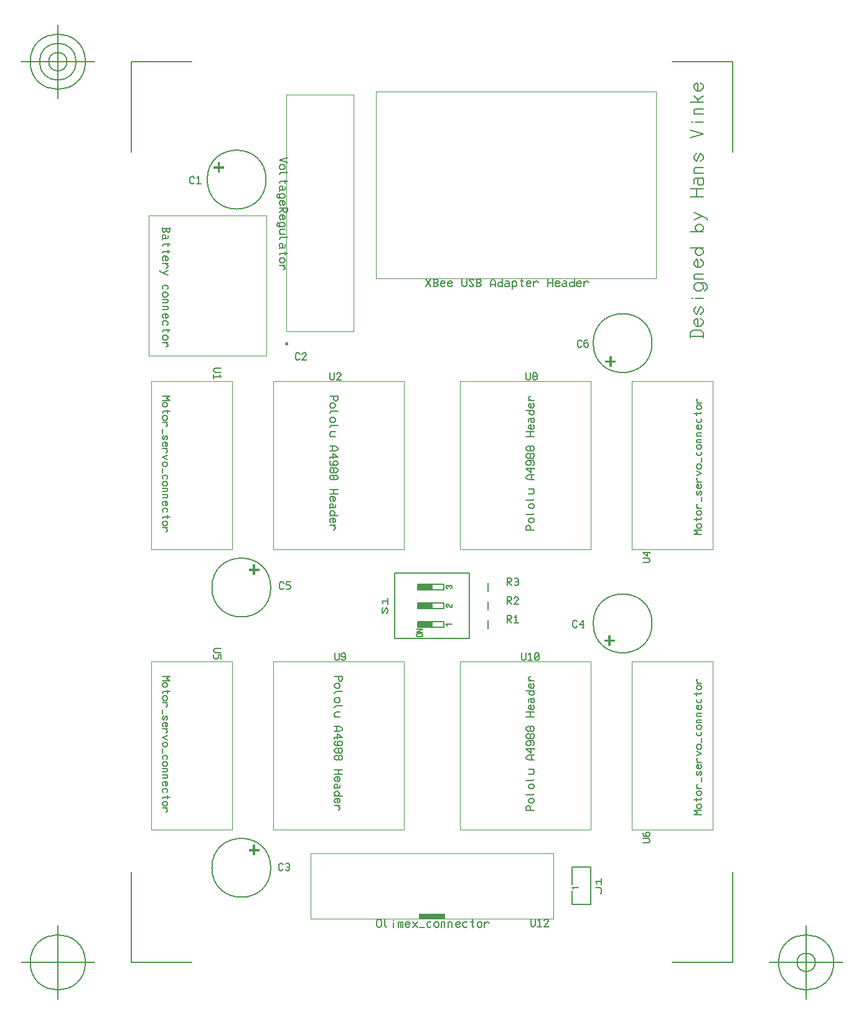
<source format=gbr>
G04 Generated by Ultiboard 14.1 *
%FSLAX33Y33*%
%MOMM*%

%ADD10C,0.001*%
%ADD11C,0.203*%
%ADD12C,0.156*%
%ADD13C,0.200*%
%ADD14C,0.250*%
%ADD15C,0.001*%
%ADD16C,0.169*%
%ADD17C,0.167*%
%ADD18C,0.127*%


G04 ColorRGB FFFF00 for the following layer *
%LNSilkscreen Top*%
%LPD*%
G54D10*
G54D11*
X34441Y47131D02*
X34592Y47413D01*
X34592Y47696D01*
X34441Y47978D01*
X33988Y47131D01*
X33836Y47413D01*
X33836Y47696D01*
X33988Y47978D01*
X33988Y48542D02*
X33836Y48824D01*
X34592Y48824D01*
X34592Y48401D02*
X34592Y49248D01*
X45720Y52705D02*
X45720Y43815D01*
X42291Y47879D02*
X42291Y48641D01*
X40640Y47879D02*
X40640Y48641D01*
X38735Y48641D02*
X38735Y47879D01*
X38989Y48387D02*
X40386Y48387D01*
X43392Y48472D02*
X43392Y48048D01*
X42968Y48260D02*
X42968Y48278D01*
X42965Y48297D01*
X42961Y48315D01*
X42956Y48332D01*
X42949Y48349D01*
X42940Y48366D01*
X42930Y48381D01*
X42919Y48396D01*
X42906Y48410D01*
X42893Y48422D01*
X42878Y48433D01*
X42863Y48443D01*
X42846Y48452D01*
X42829Y48459D01*
X42811Y48464D01*
X42793Y48468D01*
X42775Y48471D01*
X42757Y48472D01*
X42738Y48471D01*
X42720Y48468D01*
X42702Y48464D01*
X42684Y48459D01*
X42667Y48452D01*
X42651Y48443D01*
X42635Y48433D01*
X42621Y48422D01*
X42607Y48410D01*
X42595Y48396D01*
X42583Y48381D01*
X42573Y48366D01*
X42565Y48349D01*
X42558Y48332D01*
X42552Y48315D01*
X42548Y48297D01*
X42546Y48278D01*
X42545Y48260D01*
X42546Y48242D01*
X42548Y48223D01*
X42552Y48205D01*
X42558Y48188D01*
X42565Y48171D01*
X42573Y48154D01*
X42583Y48139D01*
X42595Y48124D01*
X42607Y48110D01*
X42621Y48098D01*
X42635Y48087D01*
X42651Y48077D01*
X42667Y48068D01*
X42684Y48061D01*
X42702Y48056D01*
X42720Y48052D01*
X42738Y48049D01*
X42757Y48048D01*
X40513Y48514D02*
X40513Y48133D01*
X40386Y48387D02*
X40386Y48260D01*
X38862Y48006D02*
X38862Y48514D01*
X38989Y48133D02*
X38989Y48387D01*
X35560Y43815D02*
X35560Y52705D01*
X45720Y43815D02*
X35560Y43815D01*
X43392Y45720D02*
X42545Y45720D01*
X42968Y48260D02*
X42969Y48242D01*
X42972Y48223D01*
X42976Y48205D01*
X42981Y48188D01*
X42988Y48171D01*
X42997Y48154D01*
X43007Y48139D01*
X43018Y48124D01*
X43030Y48110D01*
X43044Y48098D01*
X43059Y48087D01*
X43074Y48077D01*
X43091Y48068D01*
X43108Y48061D01*
X43125Y48056D01*
X43143Y48052D01*
X43162Y48049D01*
X43180Y48048D01*
X43392Y48048D02*
X43180Y48048D01*
X39158Y44027D02*
X39177Y44027D01*
X39195Y44030D01*
X39213Y44034D01*
X39231Y44039D01*
X39248Y44046D01*
X39264Y44055D01*
X39280Y44065D01*
X39294Y44076D01*
X39308Y44089D01*
X39320Y44102D01*
X39332Y44117D01*
X39342Y44132D01*
X39350Y44149D01*
X39357Y44166D01*
X39363Y44184D01*
X39367Y44202D01*
X39369Y44220D01*
X39370Y44238D01*
X39369Y44257D01*
X39367Y44275D01*
X39363Y44293D01*
X39357Y44311D01*
X39350Y44328D01*
X39342Y44344D01*
X39332Y44360D01*
X39320Y44374D01*
X39308Y44388D01*
X39294Y44400D01*
X39280Y44412D01*
X39264Y44422D01*
X39248Y44430D01*
X39231Y44437D01*
X39213Y44443D01*
X39195Y44447D01*
X39177Y44449D01*
X39158Y44450D01*
X38735Y44450D02*
X38717Y44449D01*
X38698Y44447D01*
X38680Y44443D01*
X38663Y44437D01*
X38646Y44430D01*
X38629Y44422D01*
X38614Y44412D01*
X38599Y44400D01*
X38585Y44388D01*
X38573Y44374D01*
X38562Y44360D01*
X38552Y44344D01*
X38543Y44328D01*
X38536Y44311D01*
X38531Y44293D01*
X38527Y44275D01*
X38524Y44257D01*
X38523Y44238D01*
X38524Y44220D01*
X38527Y44202D01*
X38531Y44184D01*
X38536Y44166D01*
X38543Y44149D01*
X38552Y44132D01*
X38562Y44117D01*
X38573Y44102D01*
X38585Y44089D01*
X38599Y44076D01*
X38614Y44065D01*
X38629Y44055D01*
X38646Y44046D01*
X38663Y44039D01*
X38680Y44034D01*
X38698Y44030D01*
X38717Y44027D01*
X38735Y44027D01*
X39158Y44450D02*
X38735Y44450D01*
X38735Y44027D02*
X39158Y44027D01*
X38735Y47879D02*
X42291Y47879D01*
X38735Y45339D02*
X42291Y45339D01*
X42291Y46101D02*
X38735Y46101D01*
X38989Y45847D02*
X40386Y45847D01*
X40513Y45466D02*
X38862Y45466D01*
X40513Y45593D02*
X38989Y45593D01*
X40386Y45720D02*
X39116Y45720D01*
X38862Y45974D02*
X40513Y45974D01*
X40513Y48133D02*
X38989Y48133D01*
X40513Y48006D02*
X38862Y48006D01*
X40386Y48260D02*
X39116Y48260D01*
X39370Y45085D02*
X38523Y44662D01*
X38523Y45085D02*
X39370Y45085D01*
X38523Y44662D02*
X39370Y44662D01*
X38989Y45593D02*
X38989Y45847D01*
X42545Y45720D02*
X42757Y45508D01*
X42291Y45339D02*
X42291Y46101D01*
X40640Y45339D02*
X40640Y46101D01*
X40513Y45974D02*
X40513Y45593D01*
X40386Y45847D02*
X40386Y45720D01*
X38735Y46101D02*
X38735Y45339D01*
X38862Y45466D02*
X38862Y45974D01*
X35560Y52705D02*
X45720Y52705D01*
X43180Y50588D02*
X43198Y50589D01*
X43217Y50592D01*
X43235Y50596D01*
X43252Y50601D01*
X43269Y50608D01*
X43286Y50617D01*
X43301Y50627D01*
X43316Y50638D01*
X43330Y50650D01*
X43342Y50664D01*
X43353Y50679D01*
X43363Y50694D01*
X43372Y50711D01*
X43379Y50728D01*
X43384Y50745D01*
X43388Y50763D01*
X43391Y50782D01*
X43392Y50800D01*
X43391Y50818D01*
X43388Y50837D01*
X43384Y50855D01*
X43379Y50872D01*
X43372Y50889D01*
X43363Y50906D01*
X43353Y50921D01*
X43342Y50936D01*
X43330Y50950D01*
X43316Y50962D01*
X43301Y50973D01*
X43286Y50983D01*
X43269Y50992D01*
X43252Y50999D01*
X43235Y51004D01*
X43217Y51008D01*
X43198Y51011D01*
X43180Y51012D01*
X43162Y51011D01*
X43143Y51008D01*
X43125Y51004D01*
X43108Y50999D01*
X43091Y50992D01*
X43074Y50983D01*
X43059Y50973D01*
X43044Y50962D01*
X43030Y50950D01*
X43018Y50936D01*
X43007Y50921D01*
X42997Y50906D01*
X42988Y50889D01*
X42981Y50872D01*
X42976Y50855D01*
X42972Y50837D01*
X42969Y50818D01*
X42968Y50800D01*
X42968Y50818D01*
X42965Y50837D01*
X42961Y50855D01*
X42956Y50872D01*
X42949Y50889D01*
X42940Y50906D01*
X42930Y50921D01*
X42919Y50936D01*
X42906Y50950D01*
X42893Y50962D01*
X42878Y50973D01*
X42863Y50983D01*
X42846Y50992D01*
X42829Y50999D01*
X42811Y51004D01*
X42793Y51008D01*
X42775Y51011D01*
X42757Y51012D01*
X42738Y51011D01*
X42720Y51008D01*
X42702Y51004D01*
X42684Y50999D01*
X42667Y50992D01*
X42651Y50983D01*
X42635Y50973D01*
X42621Y50962D01*
X42607Y50950D01*
X42595Y50936D01*
X42583Y50921D01*
X42573Y50906D01*
X42565Y50889D01*
X42558Y50872D01*
X42552Y50855D01*
X42548Y50837D01*
X42546Y50818D01*
X42545Y50800D01*
X42546Y50782D01*
X42548Y50763D01*
X42552Y50745D01*
X42558Y50728D01*
X42565Y50711D01*
X42573Y50694D01*
X42583Y50679D01*
X42595Y50664D01*
X42607Y50650D01*
X42621Y50638D01*
X42635Y50627D01*
X42651Y50617D01*
X42667Y50608D01*
X42684Y50601D01*
X42702Y50596D01*
X42720Y50592D01*
X42738Y50589D01*
X42757Y50588D01*
X42291Y48641D02*
X38735Y48641D01*
X38862Y48514D02*
X40513Y48514D01*
X38735Y50419D02*
X42291Y50419D01*
X42291Y51181D02*
X38735Y51181D01*
X40513Y50673D02*
X38989Y50673D01*
X40513Y50546D02*
X38862Y50546D01*
X38862Y51054D02*
X40513Y51054D01*
X38989Y50927D02*
X40386Y50927D01*
X40386Y50800D02*
X39116Y50800D01*
X38989Y50673D02*
X38989Y50927D01*
X42291Y50419D02*
X42291Y51181D01*
X40640Y50419D02*
X40640Y51181D01*
X40513Y51054D02*
X40513Y50673D01*
X40386Y50927D02*
X40386Y50800D01*
X38862Y50546D02*
X38862Y51054D01*
X38735Y51181D02*
X38735Y50419D01*
X61022Y83555D02*
X60823Y83355D01*
X60624Y83355D01*
X60425Y83555D01*
X60425Y84155D01*
X60624Y84355D01*
X60823Y84355D01*
X61022Y84155D01*
X61818Y84355D02*
X61520Y84355D01*
X61321Y84155D01*
X61321Y83755D01*
X61321Y83555D01*
X61520Y83355D01*
X61719Y83355D01*
X61918Y83555D01*
X61918Y83755D01*
X61719Y83955D01*
X61520Y83955D01*
X61321Y83755D01*
X62570Y83920D02*
G75*
D01*
G02X62570Y83920I4000J0*
G01*
X60387Y45455D02*
X60188Y45255D01*
X59989Y45255D01*
X59790Y45455D01*
X59790Y46055D01*
X59989Y46255D01*
X60188Y46255D01*
X60387Y46055D01*
X61283Y45655D02*
X60686Y45655D01*
X61183Y46255D01*
X61183Y45255D01*
X61084Y45255D02*
X61283Y45255D01*
X62570Y45820D02*
G75*
D01*
G02X62570Y45820I4000J0*
G01*
X63545Y9031D02*
X63697Y9313D01*
X63697Y9596D01*
X63545Y9878D01*
X62941Y9878D01*
X63092Y10442D02*
X62941Y10724D01*
X63697Y10724D01*
X63697Y10301D02*
X63697Y11148D01*
X62230Y12700D02*
X62230Y7620D01*
X59690Y9525D02*
X59690Y7620D01*
X62230Y7620D01*
X59690Y12700D02*
X59690Y10372D01*
X59690Y9948D02*
X60537Y9948D01*
X59902Y9737D02*
X59690Y9948D01*
X59690Y12700D02*
X62230Y12700D01*
X20495Y50665D02*
X20296Y50465D01*
X20097Y50465D01*
X19898Y50665D01*
X19898Y51265D01*
X20097Y51465D01*
X20296Y51465D01*
X20495Y51265D01*
X21391Y51465D02*
X20794Y51465D01*
X20794Y51065D01*
X21192Y51065D01*
X21391Y50865D01*
X21391Y50665D01*
X21192Y50465D01*
X20794Y50465D01*
X10710Y50700D02*
G75*
D01*
G02X10710Y50700I4000J0*
G01*
X20382Y12435D02*
X20183Y12235D01*
X19984Y12235D01*
X19785Y12435D01*
X19785Y13035D01*
X19984Y13235D01*
X20183Y13235D01*
X20382Y13035D01*
X20780Y13135D02*
X20880Y13235D01*
X21079Y13235D01*
X21278Y13035D01*
X21278Y12835D01*
X21178Y12735D01*
X21278Y12635D01*
X21278Y12435D01*
X21079Y12235D01*
X20880Y12235D01*
X20780Y12335D01*
X20880Y12735D02*
X21178Y12735D01*
X10710Y12600D02*
G75*
D01*
G02X10710Y12600I4000J0*
G01*
X8317Y105780D02*
X8118Y105580D01*
X7919Y105580D01*
X7720Y105780D01*
X7720Y106380D01*
X7919Y106580D01*
X8118Y106580D01*
X8317Y106380D01*
X8715Y106380D02*
X8914Y106580D01*
X8914Y105580D01*
X8616Y105580D02*
X9213Y105580D01*
X10070Y106150D02*
G75*
D01*
G02X10070Y106150I4000J0*
G01*
G54D12*
X50900Y45890D02*
X50900Y46890D01*
X51298Y46890D01*
X51497Y46690D01*
X51497Y46590D01*
X51298Y46390D01*
X50900Y46390D01*
X50999Y46390D02*
X51497Y45890D01*
X51895Y46690D02*
X52094Y46890D01*
X52094Y45890D01*
X51796Y45890D02*
X52393Y45890D01*
X50900Y48430D02*
X50900Y49430D01*
X51298Y49430D01*
X51497Y49230D01*
X51497Y49130D01*
X51298Y48930D01*
X50900Y48930D01*
X50999Y48930D02*
X51497Y48430D01*
X51796Y49230D02*
X51995Y49430D01*
X52194Y49430D01*
X52393Y49230D01*
X52393Y49130D01*
X51796Y48430D01*
X52393Y48430D01*
X52393Y48530D01*
X50900Y50970D02*
X50900Y51970D01*
X51298Y51970D01*
X51497Y51770D01*
X51497Y51670D01*
X51298Y51470D01*
X50900Y51470D01*
X50999Y51470D02*
X51497Y50970D01*
X51895Y51870D02*
X51995Y51970D01*
X52194Y51970D01*
X52393Y51770D01*
X52393Y51570D01*
X52293Y51470D01*
X52393Y51370D01*
X52393Y51170D01*
X52194Y50970D01*
X51995Y50970D01*
X51895Y51070D01*
X51995Y51470D02*
X52293Y51470D01*
X22661Y81820D02*
X22462Y81620D01*
X22263Y81620D01*
X22064Y81820D01*
X22064Y82420D01*
X22263Y82620D01*
X22462Y82620D01*
X22661Y82420D01*
X22960Y82420D02*
X23159Y82620D01*
X23358Y82620D01*
X23557Y82420D01*
X23557Y82320D01*
X22960Y81620D01*
X23557Y81620D01*
X23557Y81720D01*
X54075Y5615D02*
X54075Y4815D01*
X54274Y4615D01*
X54473Y4615D01*
X54672Y4815D01*
X54672Y5615D01*
X55070Y5415D02*
X55269Y5615D01*
X55269Y4615D01*
X54971Y4615D02*
X55568Y4615D01*
X55867Y5415D02*
X56066Y5615D01*
X56265Y5615D01*
X56464Y5415D01*
X56464Y5315D01*
X55867Y4615D01*
X56464Y4615D01*
X56464Y4715D01*
X69315Y15975D02*
X70115Y15975D01*
X70315Y16174D01*
X70315Y16373D01*
X70115Y16572D01*
X69315Y16572D01*
X69315Y17368D02*
X69315Y17070D01*
X69515Y16871D01*
X69915Y16871D01*
X70115Y16871D01*
X70315Y17070D01*
X70315Y17269D01*
X70115Y17468D01*
X69915Y17468D01*
X69715Y17269D01*
X69715Y17070D01*
X69915Y16871D01*
X77300Y19785D02*
X76300Y19785D01*
X76800Y20083D01*
X76300Y20382D01*
X77300Y20382D01*
X77100Y20681D02*
X77300Y20880D01*
X77300Y21079D01*
X77100Y21278D01*
X76800Y21278D01*
X76600Y21079D01*
X76600Y20880D01*
X76800Y20681D01*
X77100Y20681D01*
X77200Y22074D02*
X77300Y21975D01*
X77200Y21875D01*
X76300Y21875D01*
X76600Y21676D02*
X76600Y22074D01*
X77100Y22473D02*
X77300Y22672D01*
X77300Y22871D01*
X77100Y23070D01*
X76800Y23070D01*
X76600Y22871D01*
X76600Y22672D01*
X76800Y22473D01*
X77100Y22473D01*
X76900Y23369D02*
X76600Y23667D01*
X76600Y23767D01*
X76800Y23966D01*
X77300Y23369D02*
X76600Y23369D01*
X77300Y24265D02*
X77300Y24862D01*
X77100Y25161D02*
X77300Y25360D01*
X77300Y25559D01*
X77100Y25758D01*
X76800Y25161D01*
X76600Y25360D01*
X76600Y25559D01*
X76800Y25758D01*
X77100Y26654D02*
X77300Y26455D01*
X77300Y26256D01*
X77100Y26057D01*
X76800Y26057D01*
X76600Y26256D01*
X76600Y26455D01*
X76800Y26654D01*
X76900Y26554D01*
X76900Y26057D01*
X76900Y26953D02*
X76600Y27251D01*
X76600Y27351D01*
X76800Y27550D01*
X77300Y26953D02*
X76600Y26953D01*
X76600Y27849D02*
X77300Y28147D01*
X76600Y28446D01*
X77100Y28745D02*
X77300Y28944D01*
X77300Y29143D01*
X77100Y29342D01*
X76800Y29342D01*
X76600Y29143D01*
X76600Y28944D01*
X76800Y28745D01*
X77100Y28745D01*
X77300Y29641D02*
X77300Y30238D01*
X77200Y31034D02*
X77300Y30935D01*
X77300Y30736D01*
X77100Y30537D01*
X76800Y30537D01*
X76600Y30736D01*
X76600Y30935D01*
X76700Y31034D01*
X77100Y31433D02*
X77300Y31632D01*
X77300Y31831D01*
X77100Y32030D01*
X76800Y32030D01*
X76600Y31831D01*
X76600Y31632D01*
X76800Y31433D01*
X77100Y31433D01*
X77300Y32329D02*
X76700Y32329D01*
X76600Y32329D01*
X76700Y32329D02*
X76600Y32428D01*
X76600Y32627D01*
X76700Y32727D01*
X77300Y32727D01*
X77300Y33225D02*
X76700Y33225D01*
X76600Y33225D01*
X76700Y33225D02*
X76600Y33324D01*
X76600Y33523D01*
X76700Y33623D01*
X77300Y33623D01*
X77100Y34718D02*
X77300Y34519D01*
X77300Y34320D01*
X77100Y34121D01*
X76800Y34121D01*
X76600Y34320D01*
X76600Y34519D01*
X76800Y34718D01*
X76900Y34618D01*
X76900Y34121D01*
X77200Y35514D02*
X77300Y35415D01*
X77300Y35216D01*
X77100Y35017D01*
X76800Y35017D01*
X76600Y35216D01*
X76600Y35415D01*
X76700Y35514D01*
X77200Y36410D02*
X77300Y36311D01*
X77200Y36211D01*
X76300Y36211D01*
X76600Y36012D02*
X76600Y36410D01*
X77100Y36809D02*
X77300Y37008D01*
X77300Y37207D01*
X77100Y37406D01*
X76800Y37406D01*
X76600Y37207D01*
X76600Y37008D01*
X76800Y36809D01*
X77100Y36809D01*
X76900Y37705D02*
X76600Y38003D01*
X76600Y38103D01*
X76800Y38302D01*
X77300Y37705D02*
X76600Y37705D01*
X11965Y42445D02*
X11165Y42445D01*
X10965Y42246D01*
X10965Y42047D01*
X11165Y41848D01*
X11965Y41848D01*
X11965Y40952D02*
X11965Y41549D01*
X11565Y41549D01*
X11565Y41151D01*
X11365Y40952D01*
X11165Y40952D01*
X10965Y41151D01*
X10965Y41549D01*
X3980Y38635D02*
X4980Y38635D01*
X4480Y38337D01*
X4980Y38038D01*
X3980Y38038D01*
X4180Y37739D02*
X3980Y37540D01*
X3980Y37341D01*
X4180Y37142D01*
X4480Y37142D01*
X4680Y37341D01*
X4680Y37540D01*
X4480Y37739D01*
X4180Y37739D01*
X4080Y36346D02*
X3980Y36445D01*
X4080Y36545D01*
X4980Y36545D01*
X4680Y36744D02*
X4680Y36346D01*
X4180Y35947D02*
X3980Y35748D01*
X3980Y35549D01*
X4180Y35350D01*
X4480Y35350D01*
X4680Y35549D01*
X4680Y35748D01*
X4480Y35947D01*
X4180Y35947D01*
X4380Y35051D02*
X4680Y34753D01*
X4680Y34653D01*
X4480Y34454D01*
X3980Y35051D02*
X4680Y35051D01*
X3980Y34155D02*
X3980Y33558D01*
X4180Y33259D02*
X3980Y33060D01*
X3980Y32861D01*
X4180Y32662D01*
X4480Y33259D01*
X4680Y33060D01*
X4680Y32861D01*
X4480Y32662D01*
X4180Y31766D02*
X3980Y31965D01*
X3980Y32164D01*
X4180Y32363D01*
X4480Y32363D01*
X4680Y32164D01*
X4680Y31965D01*
X4480Y31766D01*
X4380Y31866D01*
X4380Y32363D01*
X4380Y31467D02*
X4680Y31169D01*
X4680Y31069D01*
X4480Y30870D01*
X3980Y31467D02*
X4680Y31467D01*
X4680Y30571D02*
X3980Y30273D01*
X4680Y29974D01*
X4180Y29675D02*
X3980Y29476D01*
X3980Y29277D01*
X4180Y29078D01*
X4480Y29078D01*
X4680Y29277D01*
X4680Y29476D01*
X4480Y29675D01*
X4180Y29675D01*
X3980Y28779D02*
X3980Y28182D01*
X4080Y27386D02*
X3980Y27485D01*
X3980Y27684D01*
X4180Y27883D01*
X4480Y27883D01*
X4680Y27684D01*
X4680Y27485D01*
X4580Y27386D01*
X4180Y26987D02*
X3980Y26788D01*
X3980Y26589D01*
X4180Y26390D01*
X4480Y26390D01*
X4680Y26589D01*
X4680Y26788D01*
X4480Y26987D01*
X4180Y26987D01*
X3980Y26091D02*
X4580Y26091D01*
X4680Y26091D01*
X4580Y26091D02*
X4680Y25992D01*
X4680Y25793D01*
X4580Y25693D01*
X3980Y25693D01*
X3980Y25195D02*
X4580Y25195D01*
X4680Y25195D01*
X4580Y25195D02*
X4680Y25096D01*
X4680Y24897D01*
X4580Y24797D01*
X3980Y24797D01*
X4180Y23702D02*
X3980Y23901D01*
X3980Y24100D01*
X4180Y24299D01*
X4480Y24299D01*
X4680Y24100D01*
X4680Y23901D01*
X4480Y23702D01*
X4380Y23802D01*
X4380Y24299D01*
X4080Y22906D02*
X3980Y23005D01*
X3980Y23204D01*
X4180Y23403D01*
X4480Y23403D01*
X4680Y23204D01*
X4680Y23005D01*
X4580Y22906D01*
X4080Y22010D02*
X3980Y22109D01*
X4080Y22209D01*
X4980Y22209D01*
X4680Y22408D02*
X4680Y22010D01*
X4180Y21611D02*
X3980Y21412D01*
X3980Y21213D01*
X4180Y21014D01*
X4480Y21014D01*
X4680Y21213D01*
X4680Y21412D01*
X4480Y21611D01*
X4180Y21611D01*
X4380Y20715D02*
X4680Y20417D01*
X4680Y20317D01*
X4480Y20118D01*
X3980Y20715D02*
X4680Y20715D01*
X3980Y76735D02*
X4980Y76735D01*
X4480Y76437D01*
X4980Y76138D01*
X3980Y76138D01*
X4180Y75839D02*
X3980Y75640D01*
X3980Y75441D01*
X4180Y75242D01*
X4480Y75242D01*
X4680Y75441D01*
X4680Y75640D01*
X4480Y75839D01*
X4180Y75839D01*
X4080Y74446D02*
X3980Y74545D01*
X4080Y74645D01*
X4980Y74645D01*
X4680Y74844D02*
X4680Y74446D01*
X4180Y74047D02*
X3980Y73848D01*
X3980Y73649D01*
X4180Y73450D01*
X4480Y73450D01*
X4680Y73649D01*
X4680Y73848D01*
X4480Y74047D01*
X4180Y74047D01*
X4380Y73151D02*
X4680Y72853D01*
X4680Y72753D01*
X4480Y72554D01*
X3980Y73151D02*
X4680Y73151D01*
X3980Y72255D02*
X3980Y71658D01*
X4180Y71359D02*
X3980Y71160D01*
X3980Y70961D01*
X4180Y70762D01*
X4480Y71359D01*
X4680Y71160D01*
X4680Y70961D01*
X4480Y70762D01*
X4180Y69866D02*
X3980Y70065D01*
X3980Y70264D01*
X4180Y70463D01*
X4480Y70463D01*
X4680Y70264D01*
X4680Y70065D01*
X4480Y69866D01*
X4380Y69966D01*
X4380Y70463D01*
X4380Y69567D02*
X4680Y69269D01*
X4680Y69169D01*
X4480Y68970D01*
X3980Y69567D02*
X4680Y69567D01*
X4680Y68671D02*
X3980Y68373D01*
X4680Y68074D01*
X4180Y67775D02*
X3980Y67576D01*
X3980Y67377D01*
X4180Y67178D01*
X4480Y67178D01*
X4680Y67377D01*
X4680Y67576D01*
X4480Y67775D01*
X4180Y67775D01*
X3980Y66879D02*
X3980Y66282D01*
X4080Y65486D02*
X3980Y65585D01*
X3980Y65784D01*
X4180Y65983D01*
X4480Y65983D01*
X4680Y65784D01*
X4680Y65585D01*
X4580Y65486D01*
X4180Y65087D02*
X3980Y64888D01*
X3980Y64689D01*
X4180Y64490D01*
X4480Y64490D01*
X4680Y64689D01*
X4680Y64888D01*
X4480Y65087D01*
X4180Y65087D01*
X3980Y64191D02*
X4580Y64191D01*
X4680Y64191D01*
X4580Y64191D02*
X4680Y64092D01*
X4680Y63893D01*
X4580Y63793D01*
X3980Y63793D01*
X3980Y63295D02*
X4580Y63295D01*
X4680Y63295D01*
X4580Y63295D02*
X4680Y63196D01*
X4680Y62997D01*
X4580Y62897D01*
X3980Y62897D01*
X4180Y61802D02*
X3980Y62001D01*
X3980Y62200D01*
X4180Y62399D01*
X4480Y62399D01*
X4680Y62200D01*
X4680Y62001D01*
X4480Y61802D01*
X4380Y61902D01*
X4380Y62399D01*
X4080Y61006D02*
X3980Y61105D01*
X3980Y61304D01*
X4180Y61503D01*
X4480Y61503D01*
X4680Y61304D01*
X4680Y61105D01*
X4580Y61006D01*
X4080Y60110D02*
X3980Y60209D01*
X4080Y60309D01*
X4980Y60309D01*
X4680Y60508D02*
X4680Y60110D01*
X4180Y59711D02*
X3980Y59512D01*
X3980Y59313D01*
X4180Y59114D01*
X4480Y59114D01*
X4680Y59313D01*
X4680Y59512D01*
X4480Y59711D01*
X4180Y59711D01*
X4380Y58815D02*
X4680Y58517D01*
X4680Y58417D01*
X4480Y58218D01*
X3980Y58815D02*
X4680Y58815D01*
X11965Y80545D02*
X11165Y80545D01*
X10965Y80346D01*
X10965Y80147D01*
X11165Y79948D01*
X11965Y79948D01*
X11765Y79550D02*
X11965Y79351D01*
X10965Y79351D01*
X10965Y79649D02*
X10965Y79052D01*
X69315Y54075D02*
X70115Y54075D01*
X70315Y54274D01*
X70315Y54473D01*
X70115Y54672D01*
X69315Y54672D01*
X69915Y55568D02*
X69915Y54971D01*
X69315Y55468D01*
X70315Y55468D01*
X70315Y55369D02*
X70315Y55568D01*
X77300Y57885D02*
X76300Y57885D01*
X76800Y58183D01*
X76300Y58482D01*
X77300Y58482D01*
X77100Y58781D02*
X77300Y58980D01*
X77300Y59179D01*
X77100Y59378D01*
X76800Y59378D01*
X76600Y59179D01*
X76600Y58980D01*
X76800Y58781D01*
X77100Y58781D01*
X77200Y60174D02*
X77300Y60075D01*
X77200Y59975D01*
X76300Y59975D01*
X76600Y59776D02*
X76600Y60174D01*
X77100Y60573D02*
X77300Y60772D01*
X77300Y60971D01*
X77100Y61170D01*
X76800Y61170D01*
X76600Y60971D01*
X76600Y60772D01*
X76800Y60573D01*
X77100Y60573D01*
X76900Y61469D02*
X76600Y61767D01*
X76600Y61867D01*
X76800Y62066D01*
X77300Y61469D02*
X76600Y61469D01*
X77300Y62365D02*
X77300Y62962D01*
X77100Y63261D02*
X77300Y63460D01*
X77300Y63659D01*
X77100Y63858D01*
X76800Y63261D01*
X76600Y63460D01*
X76600Y63659D01*
X76800Y63858D01*
X77100Y64754D02*
X77300Y64555D01*
X77300Y64356D01*
X77100Y64157D01*
X76800Y64157D01*
X76600Y64356D01*
X76600Y64555D01*
X76800Y64754D01*
X76900Y64654D01*
X76900Y64157D01*
X76900Y65053D02*
X76600Y65351D01*
X76600Y65451D01*
X76800Y65650D01*
X77300Y65053D02*
X76600Y65053D01*
X76600Y65949D02*
X77300Y66247D01*
X76600Y66546D01*
X77100Y66845D02*
X77300Y67044D01*
X77300Y67243D01*
X77100Y67442D01*
X76800Y67442D01*
X76600Y67243D01*
X76600Y67044D01*
X76800Y66845D01*
X77100Y66845D01*
X77300Y67741D02*
X77300Y68338D01*
X77200Y69134D02*
X77300Y69035D01*
X77300Y68836D01*
X77100Y68637D01*
X76800Y68637D01*
X76600Y68836D01*
X76600Y69035D01*
X76700Y69134D01*
X77100Y69533D02*
X77300Y69732D01*
X77300Y69931D01*
X77100Y70130D01*
X76800Y70130D01*
X76600Y69931D01*
X76600Y69732D01*
X76800Y69533D01*
X77100Y69533D01*
X77300Y70429D02*
X76700Y70429D01*
X76600Y70429D01*
X76700Y70429D02*
X76600Y70528D01*
X76600Y70727D01*
X76700Y70827D01*
X77300Y70827D01*
X77300Y71325D02*
X76700Y71325D01*
X76600Y71325D01*
X76700Y71325D02*
X76600Y71424D01*
X76600Y71623D01*
X76700Y71723D01*
X77300Y71723D01*
X77100Y72818D02*
X77300Y72619D01*
X77300Y72420D01*
X77100Y72221D01*
X76800Y72221D01*
X76600Y72420D01*
X76600Y72619D01*
X76800Y72818D01*
X76900Y72718D01*
X76900Y72221D01*
X77200Y73614D02*
X77300Y73515D01*
X77300Y73316D01*
X77100Y73117D01*
X76800Y73117D01*
X76600Y73316D01*
X76600Y73515D01*
X76700Y73614D01*
X77200Y74510D02*
X77300Y74411D01*
X77200Y74311D01*
X76300Y74311D01*
X76600Y74112D02*
X76600Y74510D01*
X77100Y74909D02*
X77300Y75108D01*
X77300Y75307D01*
X77100Y75506D01*
X76800Y75506D01*
X76600Y75307D01*
X76600Y75108D01*
X76800Y74909D01*
X77100Y74909D01*
X76900Y75805D02*
X76600Y76103D01*
X76600Y76203D01*
X76800Y76402D01*
X77300Y75805D02*
X76600Y75805D01*
X53440Y79910D02*
X53440Y79110D01*
X53639Y78910D01*
X53838Y78910D01*
X54037Y79110D01*
X54037Y79910D01*
X54734Y78910D02*
X54535Y78910D01*
X54336Y79110D01*
X54336Y79310D01*
X54435Y79410D01*
X54336Y79510D01*
X54336Y79710D01*
X54535Y79910D01*
X54734Y79910D01*
X54933Y79710D01*
X54933Y79510D01*
X54833Y79410D01*
X54933Y79310D01*
X54933Y79110D01*
X54734Y78910D01*
X54435Y79410D02*
X54833Y79410D01*
X26770Y79910D02*
X26770Y79110D01*
X26969Y78910D01*
X27168Y78910D01*
X27367Y79110D01*
X27367Y79910D01*
X27666Y79710D02*
X27865Y79910D01*
X28064Y79910D01*
X28263Y79710D01*
X28263Y79610D01*
X27666Y78910D01*
X28263Y78910D01*
X28263Y79010D01*
X52805Y41810D02*
X52805Y41010D01*
X53004Y40810D01*
X53203Y40810D01*
X53402Y41010D01*
X53402Y41810D01*
X53800Y41610D02*
X53999Y41810D01*
X53999Y40810D01*
X53701Y40810D02*
X54298Y40810D01*
X54597Y41610D02*
X54796Y41810D01*
X54995Y41810D01*
X55194Y41610D01*
X55194Y41010D01*
X54995Y40810D01*
X54796Y40810D01*
X54597Y41010D01*
X54597Y41610D01*
X55194Y41610D02*
X54597Y41010D01*
X27405Y41810D02*
X27405Y41010D01*
X27604Y40810D01*
X27803Y40810D01*
X28002Y41010D01*
X28002Y41810D01*
X28301Y41010D02*
X28500Y40810D01*
X28699Y40810D01*
X28898Y41010D01*
X28898Y41410D01*
X28898Y41610D01*
X28699Y41810D01*
X28500Y41810D01*
X28301Y41610D01*
X28301Y41410D01*
X28500Y41210D01*
X28699Y41210D01*
X28898Y41410D01*
G54D13*
X48260Y45170D02*
X48260Y46270D01*
X48260Y45170D02*
X48260Y46270D01*
X48260Y47710D02*
X48260Y48810D01*
X48260Y47710D02*
X48260Y48810D01*
X48260Y50250D02*
X48260Y51350D01*
X48260Y50250D02*
X48260Y51350D01*
G54D14*
X20760Y83820D02*
G75*
D01*
G02X20760Y83820I125J0*
G01*
G54D15*
G36*
X64737Y82161D02*
X64737Y82161D01*
X64986Y80742D01*
X64986Y82161D01*
X64737Y82161D01*
D02*
G37*
X64986Y80742D01*
X64986Y82161D01*
X64737Y82161D01*
G36*
X64986Y80742D02*
X64986Y80742D01*
X64737Y82161D01*
X64737Y81577D01*
X64986Y80742D01*
D02*
G37*
X64737Y82161D01*
X64737Y81577D01*
X64986Y80742D01*
G36*
X64737Y81577D02*
X64737Y81577D01*
X64737Y81331D01*
X64986Y80742D01*
X64737Y81577D01*
D02*
G37*
X64737Y81331D01*
X64986Y80742D01*
X64737Y81577D01*
G36*
X64737Y81331D02*
X64737Y81331D01*
X64737Y81577D01*
X64152Y81577D01*
X64737Y81331D01*
D02*
G37*
X64737Y81577D01*
X64152Y81577D01*
X64737Y81331D01*
G36*
X64152Y81577D02*
X64152Y81577D01*
X64152Y81331D01*
X64737Y81331D01*
X64152Y81577D01*
D02*
G37*
X64152Y81331D01*
X64737Y81331D01*
X64152Y81577D01*
G36*
X64986Y81331D02*
X64986Y81331D01*
X65570Y81331D01*
X64986Y81577D01*
X64986Y81331D01*
D02*
G37*
X65570Y81331D01*
X64986Y81577D01*
X64986Y81331D01*
G36*
X64986Y81331D01*
X64986Y82161D01*
X64986Y81331D01*
D02*
G37*
X64986Y82161D01*
X64986Y81331D01*
G36*
X64986Y81331D01*
X64986Y82161D01*
X64986Y80742D01*
X64986Y81331D01*
D02*
G37*
X64986Y82161D01*
X64986Y80742D01*
X64986Y81331D01*
G36*
X64986Y81577D02*
X64986Y81577D01*
X65570Y81331D01*
X65570Y81577D01*
X64986Y81577D01*
D02*
G37*
X65570Y81331D01*
X65570Y81577D01*
X64986Y81577D01*
G36*
X64986Y80742D02*
X64986Y80742D01*
X64737Y81331D01*
X64737Y80742D01*
X64986Y80742D01*
D02*
G37*
X64737Y81331D01*
X64737Y80742D01*
X64986Y80742D01*
G36*
X64645Y44229D02*
X64645Y44229D01*
X64895Y42809D01*
X64895Y44229D01*
X64645Y44229D01*
D02*
G37*
X64895Y42809D01*
X64895Y44229D01*
X64645Y44229D01*
G36*
X64895Y42809D02*
X64895Y42809D01*
X64645Y44229D01*
X64645Y43644D01*
X64895Y42809D01*
D02*
G37*
X64645Y44229D01*
X64645Y43644D01*
X64895Y42809D01*
G36*
X64645Y43644D02*
X64645Y43644D01*
X64645Y43398D01*
X64895Y42809D01*
X64645Y43644D01*
D02*
G37*
X64645Y43398D01*
X64895Y42809D01*
X64645Y43644D01*
G36*
X64645Y43398D02*
X64645Y43398D01*
X64645Y43644D01*
X64061Y43644D01*
X64645Y43398D01*
D02*
G37*
X64645Y43644D01*
X64061Y43644D01*
X64645Y43398D01*
G36*
X64061Y43644D02*
X64061Y43644D01*
X64061Y43398D01*
X64645Y43398D01*
X64061Y43644D01*
D02*
G37*
X64061Y43398D01*
X64645Y43398D01*
X64061Y43644D01*
G36*
X64895Y43398D02*
X64895Y43398D01*
X65479Y43398D01*
X64895Y43644D01*
X64895Y43398D01*
D02*
G37*
X65479Y43398D01*
X64895Y43644D01*
X64895Y43398D01*
G36*
X64895Y43398D01*
X64895Y44229D01*
X64895Y43398D01*
D02*
G37*
X64895Y44229D01*
X64895Y43398D01*
G36*
X64895Y43398D01*
X64895Y44229D01*
X64895Y42809D01*
X64895Y43398D01*
D02*
G37*
X64895Y44229D01*
X64895Y42809D01*
X64895Y43398D01*
G36*
X64895Y43644D02*
X64895Y43644D01*
X65479Y43398D01*
X65479Y43644D01*
X64895Y43644D01*
D02*
G37*
X65479Y43398D01*
X65479Y43644D01*
X64895Y43644D01*
G36*
X64895Y42809D02*
X64895Y42809D01*
X64645Y43398D01*
X64645Y42809D01*
X64895Y42809D01*
D02*
G37*
X64645Y43398D01*
X64645Y42809D01*
X64895Y42809D01*
X18160Y101280D02*
X2160Y101280D01*
X2160Y82240D01*
X18160Y82240D01*
X18160Y101280D01*
X29950Y117700D02*
X20850Y117700D01*
X20850Y85500D01*
X29950Y85500D01*
X29950Y117700D01*
X33020Y118110D02*
X71120Y118110D01*
X71120Y92710D01*
X33020Y92710D01*
X33020Y118110D01*
X24130Y14605D02*
X57130Y14605D01*
X57130Y5715D01*
X24130Y5715D01*
X24130Y14605D01*
G36*
X38862Y5715D02*
X38862Y6350D01*
X42418Y6350D01*
X42418Y5715D01*
X38862Y5715D01*
G37*
X67818Y17780D02*
X78818Y17780D01*
X78818Y40640D01*
X67818Y40640D01*
X67818Y17780D01*
X13462Y40640D02*
X2462Y40640D01*
X2462Y17780D01*
X13462Y17780D01*
X13462Y40640D01*
X13462Y78740D02*
X2462Y78740D01*
X2462Y55880D01*
X13462Y55880D01*
X13462Y78740D01*
X67818Y55880D02*
X78818Y55880D01*
X78818Y78740D01*
X67818Y78740D01*
X67818Y55880D01*
X44450Y55880D02*
X62230Y55880D01*
X62230Y78740D01*
X44450Y78740D01*
X44450Y55880D01*
X36830Y78740D02*
X19050Y78740D01*
X19050Y55880D01*
X36830Y55880D01*
X36830Y78740D01*
X44450Y17780D02*
X62230Y17780D01*
X62230Y40640D01*
X44450Y40640D01*
X44450Y17780D01*
X36830Y40640D02*
X19050Y40640D01*
X19050Y17780D01*
X36830Y17780D01*
X36830Y40640D01*
G36*
X16294Y53878D02*
X16294Y53878D01*
X16543Y52459D01*
X16543Y53878D01*
X16294Y53878D01*
D02*
G37*
X16543Y52459D01*
X16543Y53878D01*
X16294Y53878D01*
G36*
X16543Y52459D02*
X16543Y52459D01*
X16294Y53878D01*
X16294Y53289D01*
X16543Y52459D01*
D02*
G37*
X16294Y53878D01*
X16294Y53289D01*
X16543Y52459D01*
G36*
X16294Y53289D02*
X16294Y53289D01*
X16294Y53043D01*
X16543Y52459D01*
X16294Y53289D01*
D02*
G37*
X16294Y53043D01*
X16543Y52459D01*
X16294Y53289D01*
G36*
X16294Y53043D02*
X16294Y53043D01*
X16294Y53289D01*
X15710Y53289D01*
X16294Y53043D01*
D02*
G37*
X16294Y53289D01*
X15710Y53289D01*
X16294Y53043D01*
G36*
X15710Y53289D02*
X15710Y53289D01*
X15710Y53043D01*
X16294Y53043D01*
X15710Y53289D01*
D02*
G37*
X15710Y53043D01*
X16294Y53043D01*
X15710Y53289D01*
G36*
X16543Y53043D02*
X16543Y53043D01*
X17128Y53043D01*
X16543Y53289D01*
X16543Y53043D01*
D02*
G37*
X17128Y53043D01*
X16543Y53289D01*
X16543Y53043D01*
G36*
X16543Y53043D01*
X16543Y53878D01*
X16543Y53043D01*
D02*
G37*
X16543Y53878D01*
X16543Y53043D01*
G36*
X16543Y53043D01*
X16543Y53878D01*
X16543Y52459D01*
X16543Y53043D01*
D02*
G37*
X16543Y53878D01*
X16543Y52459D01*
X16543Y53043D01*
G36*
X16543Y53289D02*
X16543Y53289D01*
X17128Y53043D01*
X17128Y53289D01*
X16543Y53289D01*
D02*
G37*
X17128Y53043D01*
X17128Y53289D01*
X16543Y53289D01*
G36*
X16543Y52459D02*
X16543Y52459D01*
X16294Y53043D01*
X16294Y52459D01*
X16543Y52459D01*
D02*
G37*
X16294Y53043D01*
X16294Y52459D01*
X16543Y52459D01*
G36*
X16294Y15778D02*
X16294Y15778D01*
X16543Y14359D01*
X16543Y15778D01*
X16294Y15778D01*
D02*
G37*
X16543Y14359D01*
X16543Y15778D01*
X16294Y15778D01*
G36*
X16543Y14359D02*
X16543Y14359D01*
X16294Y15778D01*
X16294Y15189D01*
X16543Y14359D01*
D02*
G37*
X16294Y15778D01*
X16294Y15189D01*
X16543Y14359D01*
G36*
X16294Y15189D02*
X16294Y15189D01*
X16294Y14943D01*
X16543Y14359D01*
X16294Y15189D01*
D02*
G37*
X16294Y14943D01*
X16543Y14359D01*
X16294Y15189D01*
G36*
X16294Y14943D02*
X16294Y14943D01*
X16294Y15189D01*
X15710Y15189D01*
X16294Y14943D01*
D02*
G37*
X16294Y15189D01*
X15710Y15189D01*
X16294Y14943D01*
G36*
X15710Y15189D02*
X15710Y15189D01*
X15710Y14943D01*
X16294Y14943D01*
X15710Y15189D01*
D02*
G37*
X15710Y14943D01*
X16294Y14943D01*
X15710Y15189D01*
G36*
X16543Y14943D02*
X16543Y14943D01*
X17128Y14943D01*
X16543Y15189D01*
X16543Y14943D01*
D02*
G37*
X17128Y14943D01*
X16543Y15189D01*
X16543Y14943D01*
G36*
X16543Y14943D01*
X16543Y15778D01*
X16543Y14943D01*
D02*
G37*
X16543Y15778D01*
X16543Y14943D01*
G36*
X16543Y14943D01*
X16543Y15778D01*
X16543Y14359D01*
X16543Y14943D01*
D02*
G37*
X16543Y15778D01*
X16543Y14359D01*
X16543Y14943D01*
G36*
X16543Y15189D02*
X16543Y15189D01*
X17128Y14943D01*
X17128Y15189D01*
X16543Y15189D01*
D02*
G37*
X17128Y14943D01*
X17128Y15189D01*
X16543Y15189D01*
G36*
X16543Y14359D02*
X16543Y14359D01*
X16294Y14943D01*
X16294Y14359D01*
X16543Y14359D01*
D02*
G37*
X16294Y14943D01*
X16294Y14359D01*
X16543Y14359D01*
G36*
X11481Y108568D02*
X11481Y108568D01*
X11727Y107150D01*
X11727Y108568D01*
X11481Y108568D01*
D02*
G37*
X11727Y107150D01*
X11727Y108568D01*
X11481Y108568D01*
G36*
X11727Y107150D02*
X11727Y107150D01*
X11481Y108568D01*
X11481Y107983D01*
X11727Y107150D01*
D02*
G37*
X11481Y108568D01*
X11481Y107983D01*
X11727Y107150D01*
G36*
X11481Y107983D02*
X11481Y107983D01*
X11481Y107734D01*
X11727Y107150D01*
X11481Y107983D01*
D02*
G37*
X11481Y107734D01*
X11727Y107150D01*
X11481Y107983D01*
G36*
X11481Y107734D02*
X11481Y107734D01*
X11481Y107983D01*
X10892Y107983D01*
X11481Y107734D01*
D02*
G37*
X11481Y107983D01*
X10892Y107983D01*
X11481Y107734D01*
G36*
X10892Y107983D02*
X10892Y107983D01*
X10892Y107734D01*
X11481Y107734D01*
X10892Y107983D01*
D02*
G37*
X10892Y107734D01*
X11481Y107734D01*
X10892Y107983D01*
G36*
X11727Y107734D02*
X11727Y107734D01*
X12311Y107734D01*
X11727Y107983D01*
X11727Y107734D01*
D02*
G37*
X12311Y107734D01*
X11727Y107983D01*
X11727Y107734D01*
G36*
X11727Y107734D01*
X11727Y108568D01*
X11727Y107734D01*
D02*
G37*
X11727Y108568D01*
X11727Y107734D01*
G36*
X11727Y107734D01*
X11727Y108568D01*
X11727Y107150D01*
X11727Y107734D01*
D02*
G37*
X11727Y108568D01*
X11727Y107150D01*
X11727Y107734D01*
G36*
X11727Y107983D02*
X11727Y107983D01*
X12311Y107734D01*
X12311Y107983D01*
X11727Y107983D01*
D02*
G37*
X12311Y107734D01*
X12311Y107983D01*
X11727Y107983D01*
G36*
X11727Y107150D02*
X11727Y107150D01*
X11481Y107734D01*
X11481Y107150D01*
X11727Y107150D01*
D02*
G37*
X11481Y107734D01*
X11481Y107150D01*
X11727Y107150D01*
G54D16*
X3945Y99626D02*
X3945Y99193D01*
X4162Y98976D01*
X4271Y98976D01*
X4489Y99193D01*
X4707Y98976D01*
X4815Y98976D01*
X5033Y99193D01*
X5033Y99518D01*
X5033Y99626D01*
X4489Y99518D02*
X4489Y99193D01*
X5033Y99518D02*
X3945Y99518D01*
X4707Y98542D02*
X4707Y98217D01*
X4598Y98109D01*
X4053Y98109D01*
X3945Y98217D01*
X3945Y98542D01*
X4053Y98651D01*
X4271Y98651D01*
X4380Y98542D01*
X4380Y98109D01*
X4053Y98109D02*
X3945Y98001D01*
X4053Y97134D02*
X3945Y97242D01*
X4053Y97350D01*
X5033Y97350D01*
X4707Y97567D02*
X4707Y97134D01*
X4053Y96158D02*
X3945Y96267D01*
X4053Y96375D01*
X5033Y96375D01*
X4707Y96592D02*
X4707Y96158D01*
X4162Y95075D02*
X3945Y95291D01*
X3945Y95508D01*
X4162Y95725D01*
X4489Y95725D01*
X4707Y95508D01*
X4707Y95291D01*
X4489Y95075D01*
X4380Y95183D01*
X4380Y95725D01*
X4380Y94749D02*
X4707Y94424D01*
X4707Y94316D01*
X4489Y94099D01*
X3945Y94749D02*
X4707Y94749D01*
X3618Y93774D02*
X3618Y93666D01*
X4707Y93124D01*
X4707Y93774D02*
X4053Y93449D01*
X4053Y91281D02*
X3945Y91390D01*
X3945Y91607D01*
X4162Y91823D01*
X4489Y91823D01*
X4707Y91607D01*
X4707Y91390D01*
X4598Y91281D01*
X4162Y90848D02*
X3945Y90631D01*
X3945Y90414D01*
X4162Y90198D01*
X4489Y90198D01*
X4707Y90414D01*
X4707Y90631D01*
X4489Y90848D01*
X4162Y90848D01*
X3945Y89873D02*
X4598Y89873D01*
X4707Y89873D01*
X4598Y89873D02*
X4707Y89764D01*
X4707Y89547D01*
X4598Y89439D01*
X3945Y89439D01*
X3945Y88897D02*
X4598Y88897D01*
X4707Y88897D01*
X4598Y88897D02*
X4707Y88789D01*
X4707Y88572D01*
X4598Y88464D01*
X3945Y88464D01*
X4162Y87272D02*
X3945Y87488D01*
X3945Y87705D01*
X4162Y87922D01*
X4489Y87922D01*
X4707Y87705D01*
X4707Y87488D01*
X4489Y87272D01*
X4380Y87380D01*
X4380Y87922D01*
X4053Y86405D02*
X3945Y86513D01*
X3945Y86730D01*
X4162Y86947D01*
X4489Y86947D01*
X4707Y86730D01*
X4707Y86513D01*
X4598Y86405D01*
X4053Y85429D02*
X3945Y85538D01*
X4053Y85646D01*
X5033Y85646D01*
X4707Y85863D02*
X4707Y85429D01*
X4162Y84996D02*
X3945Y84779D01*
X3945Y84562D01*
X4162Y84346D01*
X4489Y84346D01*
X4707Y84562D01*
X4707Y84779D01*
X4489Y84996D01*
X4162Y84996D01*
X4380Y84020D02*
X4707Y83695D01*
X4707Y83587D01*
X4489Y83370D01*
X3945Y84020D02*
X4707Y84020D01*
X20973Y109142D02*
X19885Y108817D01*
X20973Y108492D01*
X20102Y108167D02*
X19885Y107950D01*
X19885Y107733D01*
X20102Y107517D01*
X20429Y107517D01*
X20647Y107733D01*
X20647Y107950D01*
X20429Y108167D01*
X20102Y108167D01*
X20973Y107083D02*
X20102Y107083D01*
X19885Y106866D01*
X19993Y105674D02*
X19885Y105783D01*
X19993Y105891D01*
X20973Y105891D01*
X20647Y106108D02*
X20647Y105674D01*
X20647Y105132D02*
X20647Y104807D01*
X20538Y104699D01*
X19993Y104699D01*
X19885Y104807D01*
X19885Y105132D01*
X19993Y105241D01*
X20211Y105241D01*
X20320Y105132D01*
X20320Y104699D01*
X19993Y104699D02*
X19885Y104590D01*
X19776Y104265D02*
X19558Y104049D01*
X19558Y103832D01*
X19776Y103615D01*
X20102Y103615D01*
X20429Y103615D01*
X20647Y103832D01*
X20647Y104049D01*
X20429Y104265D01*
X20102Y104265D01*
X19885Y104049D01*
X19885Y103832D01*
X20102Y103615D01*
X20102Y102640D02*
X19885Y102856D01*
X19885Y103073D01*
X20102Y103290D01*
X20429Y103290D01*
X20647Y103073D01*
X20647Y102856D01*
X20429Y102640D01*
X20320Y102748D01*
X20320Y103290D01*
X19885Y102315D02*
X20973Y102315D01*
X20973Y101881D01*
X20755Y101664D01*
X20647Y101664D01*
X20429Y101881D01*
X20429Y102315D01*
X20429Y102206D02*
X19885Y101664D01*
X20102Y100689D02*
X19885Y100906D01*
X19885Y101122D01*
X20102Y101339D01*
X20429Y101339D01*
X20647Y101122D01*
X20647Y100906D01*
X20429Y100689D01*
X20320Y100797D01*
X20320Y101339D01*
X19776Y100364D02*
X19558Y100147D01*
X19558Y99930D01*
X19776Y99714D01*
X20102Y99714D01*
X20429Y99714D01*
X20647Y99930D01*
X20647Y100147D01*
X20429Y100364D01*
X20102Y100364D01*
X19885Y100147D01*
X19885Y99930D01*
X20102Y99714D01*
X20647Y99389D02*
X20102Y99389D01*
X19885Y99172D01*
X19885Y98955D01*
X20102Y98738D01*
X20647Y98738D01*
X20102Y98738D02*
X19885Y98738D01*
X20973Y98305D02*
X20102Y98305D01*
X19885Y98088D01*
X20647Y97329D02*
X20647Y97004D01*
X20538Y96896D01*
X19993Y96896D01*
X19885Y97004D01*
X19885Y97329D01*
X19993Y97438D01*
X20211Y97438D01*
X20320Y97329D01*
X20320Y96896D01*
X19993Y96896D02*
X19885Y96788D01*
X19993Y95921D02*
X19885Y96029D01*
X19993Y96137D01*
X20973Y96137D01*
X20647Y96354D02*
X20647Y95921D01*
X20102Y95487D02*
X19885Y95270D01*
X19885Y95054D01*
X20102Y94837D01*
X20429Y94837D01*
X20647Y95054D01*
X20647Y95270D01*
X20429Y95487D01*
X20102Y95487D01*
X20320Y94512D02*
X20647Y94187D01*
X20647Y94078D01*
X20429Y93861D01*
X19885Y94512D02*
X20647Y94512D01*
X39836Y92663D02*
X40486Y91575D01*
X39836Y91575D02*
X40486Y92663D01*
X40811Y91575D02*
X41245Y91575D01*
X41461Y91792D01*
X41461Y91901D01*
X41245Y92119D01*
X41461Y92337D01*
X41461Y92445D01*
X41245Y92663D01*
X40919Y92663D01*
X40811Y92663D01*
X40919Y92119D02*
X41245Y92119D01*
X40919Y92663D02*
X40919Y91575D01*
X42437Y91792D02*
X42220Y91575D01*
X42003Y91575D01*
X41786Y91792D01*
X41786Y92119D01*
X42003Y92337D01*
X42220Y92337D01*
X42437Y92119D01*
X42328Y92010D01*
X41786Y92010D01*
X43412Y91792D02*
X43195Y91575D01*
X42979Y91575D01*
X42762Y91792D01*
X42762Y92119D01*
X42979Y92337D01*
X43195Y92337D01*
X43412Y92119D01*
X43304Y92010D01*
X42762Y92010D01*
X44713Y92663D02*
X44713Y91792D01*
X44929Y91575D01*
X45146Y91575D01*
X45363Y91792D01*
X45363Y92663D01*
X45688Y91792D02*
X45905Y91575D01*
X46121Y91575D01*
X46338Y91792D01*
X45688Y92445D01*
X45905Y92663D01*
X46121Y92663D01*
X46338Y92445D01*
X46663Y91575D02*
X47097Y91575D01*
X47313Y91792D01*
X47313Y91901D01*
X47097Y92119D01*
X47313Y92337D01*
X47313Y92445D01*
X47097Y92663D01*
X46772Y92663D01*
X46663Y92663D01*
X46772Y92119D02*
X47097Y92119D01*
X46772Y92663D02*
X46772Y91575D01*
X48614Y91575D02*
X48614Y92228D01*
X48831Y92663D01*
X49047Y92663D01*
X49264Y92228D01*
X49264Y91575D01*
X48614Y91901D02*
X49264Y91901D01*
X50240Y91792D02*
X50023Y91575D01*
X49806Y91575D01*
X49589Y91792D01*
X49589Y92010D01*
X49806Y92228D01*
X50023Y92228D01*
X50240Y92010D01*
X50240Y92663D02*
X50240Y91575D01*
X50673Y92337D02*
X50998Y92337D01*
X51107Y92228D01*
X51107Y91683D01*
X50998Y91575D01*
X50673Y91575D01*
X50565Y91683D01*
X50565Y91901D01*
X50673Y92010D01*
X51107Y92010D01*
X51107Y91683D02*
X51215Y91575D01*
X51540Y91792D02*
X51757Y91575D01*
X51974Y91575D01*
X52190Y91792D01*
X52190Y92119D01*
X51974Y92337D01*
X51757Y92337D01*
X51540Y92119D01*
X51540Y91248D02*
X51540Y92337D01*
X53057Y91683D02*
X52949Y91575D01*
X52841Y91683D01*
X52841Y92663D01*
X52624Y92337D02*
X53057Y92337D01*
X54141Y91792D02*
X53924Y91575D01*
X53708Y91575D01*
X53491Y91792D01*
X53491Y92119D01*
X53708Y92337D01*
X53924Y92337D01*
X54141Y92119D01*
X54033Y92010D01*
X53491Y92010D01*
X54466Y92010D02*
X54791Y92337D01*
X54900Y92337D01*
X55116Y92119D01*
X54466Y91575D02*
X54466Y92337D01*
X56417Y91575D02*
X56417Y92663D01*
X57067Y91575D02*
X57067Y92663D01*
X56417Y92119D02*
X57067Y92119D01*
X58042Y91792D02*
X57826Y91575D01*
X57609Y91575D01*
X57392Y91792D01*
X57392Y92119D01*
X57609Y92337D01*
X57826Y92337D01*
X58042Y92119D01*
X57934Y92010D01*
X57392Y92010D01*
X58476Y92337D02*
X58801Y92337D01*
X58909Y92228D01*
X58909Y91683D01*
X58801Y91575D01*
X58476Y91575D01*
X58368Y91683D01*
X58368Y91901D01*
X58476Y92010D01*
X58909Y92010D01*
X58909Y91683D02*
X59018Y91575D01*
X59993Y91792D02*
X59776Y91575D01*
X59560Y91575D01*
X59343Y91792D01*
X59343Y92010D01*
X59560Y92228D01*
X59776Y92228D01*
X59993Y92010D01*
X59993Y92663D02*
X59993Y91575D01*
X60969Y91792D02*
X60752Y91575D01*
X60535Y91575D01*
X60318Y91792D01*
X60318Y92119D01*
X60535Y92337D01*
X60752Y92337D01*
X60969Y92119D01*
X60860Y92010D01*
X60318Y92010D01*
X61294Y92010D02*
X61619Y92337D01*
X61727Y92337D01*
X61944Y92119D01*
X61294Y91575D02*
X61294Y92337D01*
X33128Y4735D02*
X33345Y4518D01*
X33562Y4518D01*
X33779Y4735D01*
X33779Y5388D01*
X33562Y5606D01*
X33345Y5606D01*
X33128Y5388D01*
X33128Y4735D01*
X34212Y5606D02*
X34212Y4735D01*
X34429Y4518D01*
X35404Y4518D02*
X35404Y5171D01*
X35404Y5388D02*
X35404Y5497D01*
X36054Y4518D02*
X36054Y5171D01*
X36054Y5280D01*
X36054Y5171D02*
X36163Y5280D01*
X36271Y5280D01*
X36380Y5171D01*
X36488Y5280D01*
X36596Y5280D01*
X36705Y5171D01*
X36705Y4518D01*
X36380Y5171D02*
X36380Y4518D01*
X37680Y4735D02*
X37463Y4518D01*
X37247Y4518D01*
X37030Y4735D01*
X37030Y5062D01*
X37247Y5280D01*
X37463Y5280D01*
X37680Y5062D01*
X37572Y4953D01*
X37030Y4953D01*
X38005Y4518D02*
X38655Y5280D01*
X38005Y5280D02*
X38655Y4518D01*
X38981Y4518D02*
X39631Y4518D01*
X40498Y4626D02*
X40389Y4518D01*
X40173Y4518D01*
X39956Y4735D01*
X39956Y5062D01*
X40173Y5280D01*
X40389Y5280D01*
X40498Y5171D01*
X40931Y4735D02*
X41148Y4518D01*
X41365Y4518D01*
X41581Y4735D01*
X41581Y5062D01*
X41365Y5280D01*
X41148Y5280D01*
X40931Y5062D01*
X40931Y4735D01*
X41907Y4518D02*
X41907Y5171D01*
X41907Y5280D01*
X41907Y5171D02*
X42015Y5280D01*
X42232Y5280D01*
X42340Y5171D01*
X42340Y4518D01*
X42882Y4518D02*
X42882Y5171D01*
X42882Y5280D01*
X42882Y5171D02*
X42990Y5280D01*
X43207Y5280D01*
X43315Y5171D01*
X43315Y4518D01*
X44508Y4735D02*
X44291Y4518D01*
X44074Y4518D01*
X43857Y4735D01*
X43857Y5062D01*
X44074Y5280D01*
X44291Y5280D01*
X44508Y5062D01*
X44399Y4953D01*
X43857Y4953D01*
X45375Y4626D02*
X45266Y4518D01*
X45049Y4518D01*
X44833Y4735D01*
X44833Y5062D01*
X45049Y5280D01*
X45266Y5280D01*
X45375Y5171D01*
X46350Y4626D02*
X46242Y4518D01*
X46133Y4626D01*
X46133Y5606D01*
X45916Y5280D02*
X46350Y5280D01*
X46783Y4735D02*
X47000Y4518D01*
X47217Y4518D01*
X47434Y4735D01*
X47434Y5062D01*
X47217Y5280D01*
X47000Y5280D01*
X46783Y5062D01*
X46783Y4735D01*
X47759Y4953D02*
X48084Y5280D01*
X48192Y5280D01*
X48409Y5062D01*
X47759Y4518D02*
X47759Y5280D01*
X54537Y58528D02*
X53449Y58528D01*
X53449Y58962D01*
X53667Y59179D01*
X53775Y59179D01*
X53993Y58962D01*
X53993Y58528D01*
X54320Y59504D02*
X54537Y59720D01*
X54537Y59937D01*
X54320Y60154D01*
X53993Y60154D01*
X53775Y59937D01*
X53775Y59720D01*
X53993Y59504D01*
X54320Y59504D01*
X53449Y60587D02*
X54320Y60587D01*
X54537Y60804D01*
X54320Y61454D02*
X54537Y61671D01*
X54537Y61888D01*
X54320Y62105D01*
X53993Y62105D01*
X53775Y61888D01*
X53775Y61671D01*
X53993Y61454D01*
X54320Y61454D01*
X53449Y62538D02*
X54320Y62538D01*
X54537Y62755D01*
X53775Y63405D02*
X54320Y63405D01*
X54537Y63622D01*
X54537Y63839D01*
X54320Y64055D01*
X53775Y64055D01*
X54320Y64055D02*
X54537Y64055D01*
X54537Y65356D02*
X53884Y65356D01*
X53449Y65573D01*
X53449Y65789D01*
X53884Y66006D01*
X54537Y66006D01*
X54211Y65356D02*
X54211Y66006D01*
X54102Y66981D02*
X54102Y66331D01*
X53449Y66873D01*
X54537Y66873D01*
X54537Y66765D02*
X54537Y66981D01*
X54320Y67307D02*
X54537Y67523D01*
X54537Y67740D01*
X54320Y67957D01*
X53884Y67957D01*
X53667Y67957D01*
X53449Y67740D01*
X53449Y67523D01*
X53667Y67307D01*
X53884Y67307D01*
X54102Y67523D01*
X54102Y67740D01*
X53884Y67957D01*
X54537Y68715D02*
X54537Y68499D01*
X54320Y68282D01*
X54102Y68282D01*
X53993Y68390D01*
X53884Y68282D01*
X53667Y68282D01*
X53449Y68499D01*
X53449Y68715D01*
X53667Y68932D01*
X53884Y68932D01*
X53993Y68824D01*
X54102Y68932D01*
X54320Y68932D01*
X54537Y68715D01*
X53993Y68390D02*
X53993Y68824D01*
X54537Y69691D02*
X54537Y69474D01*
X54320Y69257D01*
X54102Y69257D01*
X53993Y69366D01*
X53884Y69257D01*
X53667Y69257D01*
X53449Y69474D01*
X53449Y69691D01*
X53667Y69908D01*
X53884Y69908D01*
X53993Y69799D01*
X54102Y69908D01*
X54320Y69908D01*
X54537Y69691D01*
X53993Y69366D02*
X53993Y69799D01*
X54537Y71208D02*
X53449Y71208D01*
X54537Y71858D02*
X53449Y71858D01*
X53993Y71208D02*
X53993Y71858D01*
X54320Y72834D02*
X54537Y72617D01*
X54537Y72400D01*
X54320Y72183D01*
X53993Y72183D01*
X53775Y72400D01*
X53775Y72617D01*
X53993Y72834D01*
X54102Y72725D01*
X54102Y72183D01*
X53775Y73267D02*
X53775Y73592D01*
X53884Y73701D01*
X54429Y73701D01*
X54537Y73592D01*
X54537Y73267D01*
X54429Y73159D01*
X54211Y73159D01*
X54102Y73267D01*
X54102Y73701D01*
X54429Y73701D02*
X54537Y73809D01*
X54320Y74784D02*
X54537Y74568D01*
X54537Y74351D01*
X54320Y74134D01*
X54102Y74134D01*
X53884Y74351D01*
X53884Y74568D01*
X54102Y74784D01*
X53449Y74784D02*
X54537Y74784D01*
X54320Y75760D02*
X54537Y75543D01*
X54537Y75326D01*
X54320Y75109D01*
X53993Y75109D01*
X53775Y75326D01*
X53775Y75543D01*
X53993Y75760D01*
X54102Y75651D01*
X54102Y75109D01*
X54102Y76085D02*
X53775Y76410D01*
X53775Y76518D01*
X53993Y76735D01*
X54537Y76085D02*
X53775Y76085D01*
X26743Y76727D02*
X27831Y76727D01*
X27831Y76293D01*
X27613Y76076D01*
X27505Y76076D01*
X27287Y76293D01*
X27287Y76727D01*
X26960Y75751D02*
X26743Y75535D01*
X26743Y75318D01*
X26960Y75101D01*
X27287Y75101D01*
X27505Y75318D01*
X27505Y75535D01*
X27287Y75751D01*
X26960Y75751D01*
X27831Y74668D02*
X26960Y74668D01*
X26743Y74451D01*
X26960Y73801D02*
X26743Y73584D01*
X26743Y73367D01*
X26960Y73150D01*
X27287Y73150D01*
X27505Y73367D01*
X27505Y73584D01*
X27287Y73801D01*
X26960Y73801D01*
X27831Y72717D02*
X26960Y72717D01*
X26743Y72500D01*
X27505Y71850D02*
X26960Y71850D01*
X26743Y71633D01*
X26743Y71416D01*
X26960Y71200D01*
X27505Y71200D01*
X26960Y71200D02*
X26743Y71200D01*
X26743Y69899D02*
X27396Y69899D01*
X27831Y69682D01*
X27831Y69466D01*
X27396Y69249D01*
X26743Y69249D01*
X27069Y69899D02*
X27069Y69249D01*
X27178Y68274D02*
X27178Y68924D01*
X27831Y68382D01*
X26743Y68382D01*
X26743Y68490D02*
X26743Y68274D01*
X26960Y67948D02*
X26743Y67732D01*
X26743Y67515D01*
X26960Y67298D01*
X27396Y67298D01*
X27613Y67298D01*
X27831Y67515D01*
X27831Y67732D01*
X27613Y67948D01*
X27396Y67948D01*
X27178Y67732D01*
X27178Y67515D01*
X27396Y67298D01*
X26743Y66540D02*
X26743Y66756D01*
X26960Y66973D01*
X27178Y66973D01*
X27287Y66865D01*
X27396Y66973D01*
X27613Y66973D01*
X27831Y66756D01*
X27831Y66540D01*
X27613Y66323D01*
X27396Y66323D01*
X27287Y66431D01*
X27178Y66323D01*
X26960Y66323D01*
X26743Y66540D01*
X27287Y66865D02*
X27287Y66431D01*
X26743Y65564D02*
X26743Y65781D01*
X26960Y65998D01*
X27178Y65998D01*
X27287Y65889D01*
X27396Y65998D01*
X27613Y65998D01*
X27831Y65781D01*
X27831Y65564D01*
X27613Y65347D01*
X27396Y65347D01*
X27287Y65456D01*
X27178Y65347D01*
X26960Y65347D01*
X26743Y65564D01*
X27287Y65889D02*
X27287Y65456D01*
X26743Y64047D02*
X27831Y64047D01*
X26743Y63397D02*
X27831Y63397D01*
X27287Y64047D02*
X27287Y63397D01*
X26960Y62421D02*
X26743Y62638D01*
X26743Y62855D01*
X26960Y63072D01*
X27287Y63072D01*
X27505Y62855D01*
X27505Y62638D01*
X27287Y62421D01*
X27178Y62530D01*
X27178Y63072D01*
X27505Y61988D02*
X27505Y61663D01*
X27396Y61554D01*
X26851Y61554D01*
X26743Y61663D01*
X26743Y61988D01*
X26851Y62096D01*
X27069Y62096D01*
X27178Y61988D01*
X27178Y61554D01*
X26851Y61554D02*
X26743Y61446D01*
X26960Y60471D02*
X26743Y60687D01*
X26743Y60904D01*
X26960Y61121D01*
X27178Y61121D01*
X27396Y60904D01*
X27396Y60687D01*
X27178Y60471D01*
X27831Y60471D02*
X26743Y60471D01*
X26960Y59495D02*
X26743Y59712D01*
X26743Y59929D01*
X26960Y60146D01*
X27287Y60146D01*
X27505Y59929D01*
X27505Y59712D01*
X27287Y59495D01*
X27178Y59604D01*
X27178Y60146D01*
X27178Y59170D02*
X27505Y58845D01*
X27505Y58737D01*
X27287Y58520D01*
X26743Y59170D02*
X27505Y59170D01*
X54537Y20428D02*
X53449Y20428D01*
X53449Y20862D01*
X53667Y21079D01*
X53775Y21079D01*
X53993Y20862D01*
X53993Y20428D01*
X54320Y21404D02*
X54537Y21620D01*
X54537Y21837D01*
X54320Y22054D01*
X53993Y22054D01*
X53775Y21837D01*
X53775Y21620D01*
X53993Y21404D01*
X54320Y21404D01*
X53449Y22487D02*
X54320Y22487D01*
X54537Y22704D01*
X54320Y23354D02*
X54537Y23571D01*
X54537Y23788D01*
X54320Y24005D01*
X53993Y24005D01*
X53775Y23788D01*
X53775Y23571D01*
X53993Y23354D01*
X54320Y23354D01*
X53449Y24438D02*
X54320Y24438D01*
X54537Y24655D01*
X53775Y25305D02*
X54320Y25305D01*
X54537Y25522D01*
X54537Y25739D01*
X54320Y25955D01*
X53775Y25955D01*
X54320Y25955D02*
X54537Y25955D01*
X54537Y27256D02*
X53884Y27256D01*
X53449Y27473D01*
X53449Y27689D01*
X53884Y27906D01*
X54537Y27906D01*
X54211Y27256D02*
X54211Y27906D01*
X54102Y28881D02*
X54102Y28231D01*
X53449Y28773D01*
X54537Y28773D01*
X54537Y28665D02*
X54537Y28881D01*
X54320Y29207D02*
X54537Y29423D01*
X54537Y29640D01*
X54320Y29857D01*
X53884Y29857D01*
X53667Y29857D01*
X53449Y29640D01*
X53449Y29423D01*
X53667Y29207D01*
X53884Y29207D01*
X54102Y29423D01*
X54102Y29640D01*
X53884Y29857D01*
X54537Y30615D02*
X54537Y30399D01*
X54320Y30182D01*
X54102Y30182D01*
X53993Y30290D01*
X53884Y30182D01*
X53667Y30182D01*
X53449Y30399D01*
X53449Y30615D01*
X53667Y30832D01*
X53884Y30832D01*
X53993Y30724D01*
X54102Y30832D01*
X54320Y30832D01*
X54537Y30615D01*
X53993Y30290D02*
X53993Y30724D01*
X54537Y31591D02*
X54537Y31374D01*
X54320Y31157D01*
X54102Y31157D01*
X53993Y31266D01*
X53884Y31157D01*
X53667Y31157D01*
X53449Y31374D01*
X53449Y31591D01*
X53667Y31808D01*
X53884Y31808D01*
X53993Y31699D01*
X54102Y31808D01*
X54320Y31808D01*
X54537Y31591D01*
X53993Y31266D02*
X53993Y31699D01*
X54537Y33108D02*
X53449Y33108D01*
X54537Y33758D02*
X53449Y33758D01*
X53993Y33108D02*
X53993Y33758D01*
X54320Y34734D02*
X54537Y34517D01*
X54537Y34300D01*
X54320Y34083D01*
X53993Y34083D01*
X53775Y34300D01*
X53775Y34517D01*
X53993Y34734D01*
X54102Y34625D01*
X54102Y34083D01*
X53775Y35167D02*
X53775Y35492D01*
X53884Y35601D01*
X54429Y35601D01*
X54537Y35492D01*
X54537Y35167D01*
X54429Y35059D01*
X54211Y35059D01*
X54102Y35167D01*
X54102Y35601D01*
X54429Y35601D02*
X54537Y35709D01*
X54320Y36684D02*
X54537Y36468D01*
X54537Y36251D01*
X54320Y36034D01*
X54102Y36034D01*
X53884Y36251D01*
X53884Y36468D01*
X54102Y36684D01*
X53449Y36684D02*
X54537Y36684D01*
X54320Y37660D02*
X54537Y37443D01*
X54537Y37226D01*
X54320Y37009D01*
X53993Y37009D01*
X53775Y37226D01*
X53775Y37443D01*
X53993Y37660D01*
X54102Y37551D01*
X54102Y37009D01*
X54102Y37985D02*
X53775Y38310D01*
X53775Y38418D01*
X53993Y38635D01*
X54537Y37985D02*
X53775Y37985D01*
X27378Y38627D02*
X28466Y38627D01*
X28466Y38193D01*
X28248Y37976D01*
X28140Y37976D01*
X27922Y38193D01*
X27922Y38627D01*
X27595Y37651D02*
X27378Y37435D01*
X27378Y37218D01*
X27595Y37001D01*
X27922Y37001D01*
X28140Y37218D01*
X28140Y37435D01*
X27922Y37651D01*
X27595Y37651D01*
X28466Y36568D02*
X27595Y36568D01*
X27378Y36351D01*
X27595Y35701D02*
X27378Y35484D01*
X27378Y35267D01*
X27595Y35050D01*
X27922Y35050D01*
X28140Y35267D01*
X28140Y35484D01*
X27922Y35701D01*
X27595Y35701D01*
X28466Y34617D02*
X27595Y34617D01*
X27378Y34400D01*
X28140Y33750D02*
X27595Y33750D01*
X27378Y33533D01*
X27378Y33316D01*
X27595Y33100D01*
X28140Y33100D01*
X27595Y33100D02*
X27378Y33100D01*
X27378Y31799D02*
X28031Y31799D01*
X28466Y31582D01*
X28466Y31366D01*
X28031Y31149D01*
X27378Y31149D01*
X27704Y31799D02*
X27704Y31149D01*
X27813Y30174D02*
X27813Y30824D01*
X28466Y30282D01*
X27378Y30282D01*
X27378Y30390D02*
X27378Y30174D01*
X27595Y29848D02*
X27378Y29632D01*
X27378Y29415D01*
X27595Y29198D01*
X28031Y29198D01*
X28248Y29198D01*
X28466Y29415D01*
X28466Y29632D01*
X28248Y29848D01*
X28031Y29848D01*
X27813Y29632D01*
X27813Y29415D01*
X28031Y29198D01*
X27378Y28440D02*
X27378Y28656D01*
X27595Y28873D01*
X27813Y28873D01*
X27922Y28765D01*
X28031Y28873D01*
X28248Y28873D01*
X28466Y28656D01*
X28466Y28440D01*
X28248Y28223D01*
X28031Y28223D01*
X27922Y28331D01*
X27813Y28223D01*
X27595Y28223D01*
X27378Y28440D01*
X27922Y28765D02*
X27922Y28331D01*
X27378Y27464D02*
X27378Y27681D01*
X27595Y27898D01*
X27813Y27898D01*
X27922Y27789D01*
X28031Y27898D01*
X28248Y27898D01*
X28466Y27681D01*
X28466Y27464D01*
X28248Y27247D01*
X28031Y27247D01*
X27922Y27356D01*
X27813Y27247D01*
X27595Y27247D01*
X27378Y27464D01*
X27922Y27789D02*
X27922Y27356D01*
X27378Y25947D02*
X28466Y25947D01*
X27378Y25297D02*
X28466Y25297D01*
X27922Y25947D02*
X27922Y25297D01*
X27595Y24321D02*
X27378Y24538D01*
X27378Y24755D01*
X27595Y24972D01*
X27922Y24972D01*
X28140Y24755D01*
X28140Y24538D01*
X27922Y24321D01*
X27813Y24430D01*
X27813Y24972D01*
X28140Y23888D02*
X28140Y23563D01*
X28031Y23454D01*
X27486Y23454D01*
X27378Y23563D01*
X27378Y23888D01*
X27486Y23996D01*
X27704Y23996D01*
X27813Y23888D01*
X27813Y23454D01*
X27486Y23454D02*
X27378Y23346D01*
X27595Y22371D02*
X27378Y22587D01*
X27378Y22804D01*
X27595Y23021D01*
X27813Y23021D01*
X28031Y22804D01*
X28031Y22587D01*
X27813Y22371D01*
X28466Y22371D02*
X27378Y22371D01*
X27595Y21395D02*
X27378Y21612D01*
X27378Y21829D01*
X27595Y22046D01*
X27922Y22046D01*
X28140Y21829D01*
X28140Y21612D01*
X27922Y21395D01*
X27813Y21504D01*
X27813Y22046D01*
X27813Y21070D02*
X28140Y20745D01*
X28140Y20637D01*
X27922Y20420D01*
X27378Y21070D02*
X28140Y21070D01*
G54D17*
X77529Y84633D02*
X77529Y85344D01*
X77172Y85699D01*
X76101Y85699D01*
X75744Y85344D01*
X75744Y84633D01*
X75744Y84811D02*
X77529Y84811D01*
X77172Y87299D02*
X77529Y86944D01*
X77529Y86588D01*
X77172Y86233D01*
X76636Y86233D01*
X76279Y86588D01*
X76279Y86944D01*
X76636Y87299D01*
X76815Y87122D01*
X76815Y86233D01*
X77172Y87833D02*
X77529Y88188D01*
X77529Y88544D01*
X77172Y88899D01*
X76636Y87833D01*
X76279Y88188D01*
X76279Y88544D01*
X76636Y88899D01*
X77529Y89966D02*
X76458Y89966D01*
X76101Y89966D02*
X75922Y89966D01*
X77708Y91033D02*
X78065Y91388D01*
X78065Y91744D01*
X77708Y92099D01*
X77172Y92099D01*
X76636Y92099D01*
X76279Y91744D01*
X76279Y91388D01*
X76636Y91033D01*
X77172Y91033D01*
X77529Y91388D01*
X77529Y91744D01*
X77172Y92099D01*
X77529Y92633D02*
X76458Y92633D01*
X76279Y92633D01*
X76458Y92633D02*
X76279Y92811D01*
X76279Y93166D01*
X76458Y93344D01*
X77529Y93344D01*
X77172Y95299D02*
X77529Y94944D01*
X77529Y94588D01*
X77172Y94233D01*
X76636Y94233D01*
X76279Y94588D01*
X76279Y94944D01*
X76636Y95299D01*
X76815Y95122D01*
X76815Y94233D01*
X77172Y96899D02*
X77529Y96544D01*
X77529Y96188D01*
X77172Y95833D01*
X76815Y95833D01*
X76458Y96188D01*
X76458Y96544D01*
X76815Y96899D01*
X75744Y96899D02*
X77529Y96899D01*
X77172Y99033D02*
X77529Y99388D01*
X77529Y99744D01*
X77172Y100099D01*
X76815Y100099D01*
X76458Y99744D01*
X76458Y99388D01*
X76815Y99033D01*
X75744Y99033D02*
X77529Y99033D01*
X78065Y100633D02*
X78065Y100811D01*
X76279Y101699D01*
X76279Y100633D02*
X77351Y101166D01*
X77529Y103833D02*
X75744Y103833D01*
X77529Y104899D02*
X75744Y104899D01*
X76636Y103833D02*
X76636Y104899D01*
X76279Y105611D02*
X76279Y106144D01*
X76458Y106322D01*
X77351Y106322D01*
X77529Y106144D01*
X77529Y105611D01*
X77351Y105433D01*
X76994Y105433D01*
X76815Y105611D01*
X76815Y106322D01*
X77351Y106322D02*
X77529Y106499D01*
X77529Y107033D02*
X76458Y107033D01*
X76279Y107033D01*
X76458Y107033D02*
X76279Y107211D01*
X76279Y107566D01*
X76458Y107744D01*
X77529Y107744D01*
X77172Y108633D02*
X77529Y108988D01*
X77529Y109344D01*
X77172Y109699D01*
X76636Y108633D01*
X76279Y108988D01*
X76279Y109344D01*
X76636Y109699D01*
X75744Y111833D02*
X77529Y112366D01*
X75744Y112899D01*
X77529Y113966D02*
X76458Y113966D01*
X76101Y113966D02*
X75922Y113966D01*
X77529Y115033D02*
X76458Y115033D01*
X76279Y115033D01*
X76458Y115033D02*
X76279Y115211D01*
X76279Y115566D01*
X76458Y115744D01*
X77529Y115744D01*
X76815Y116633D02*
X76815Y116988D01*
X76279Y117522D01*
X76815Y116988D02*
X77529Y117522D01*
X77529Y116633D02*
X75744Y116633D01*
X77172Y119299D02*
X77529Y118944D01*
X77529Y118588D01*
X77172Y118233D01*
X76636Y118233D01*
X76279Y118588D01*
X76279Y118944D01*
X76636Y119299D01*
X76815Y119122D01*
X76815Y118233D01*
G54D18*
X-254Y-254D02*
X-254Y11989D01*
X-254Y-254D02*
X7925Y-254D01*
X81534Y-254D02*
X73355Y-254D01*
X81534Y-254D02*
X81534Y11989D01*
X81534Y122174D02*
X81534Y109931D01*
X81534Y122174D02*
X73355Y122174D01*
X-254Y122174D02*
X7925Y122174D01*
X-254Y122174D02*
X-254Y109931D01*
X-5254Y-254D02*
X-15254Y-254D01*
X-10254Y-5254D02*
X-10254Y4746D01*
X-14004Y-254D02*
G75*
D01*
G02X-14004Y-254I3750J0*
G01*
X86534Y-254D02*
X96534Y-254D01*
X91534Y-5254D02*
X91534Y4746D01*
X87784Y-254D02*
G75*
D01*
G02X87784Y-254I3750J0*
G01*
X90284Y-254D02*
G75*
D01*
G02X90284Y-254I1250J0*
G01*
X-5254Y122174D02*
X-15254Y122174D01*
X-10254Y117174D02*
X-10254Y127174D01*
X-14004Y122174D02*
G75*
D01*
G02X-14004Y122174I3750J0*
G01*
X-12754Y122174D02*
G75*
D01*
G02X-12754Y122174I2500J0*
G01*
X-11504Y122174D02*
G75*
D01*
G02X-11504Y122174I1250J0*
G01*

M02*

</source>
